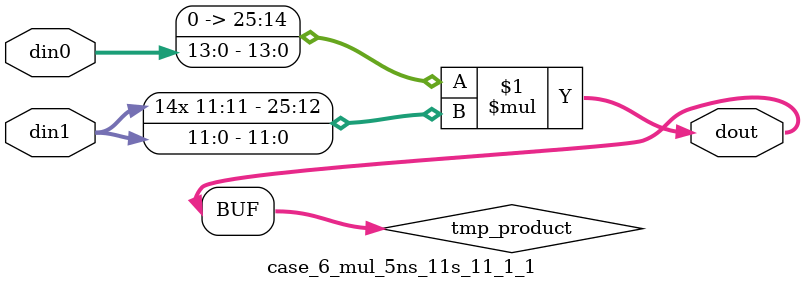
<source format=v>

`timescale 1 ns / 1 ps

 (* use_dsp = "no" *)  module case_6_mul_5ns_11s_11_1_1(din0, din1, dout);
parameter ID = 1;
parameter NUM_STAGE = 0;
parameter din0_WIDTH = 14;
parameter din1_WIDTH = 12;
parameter dout_WIDTH = 26;

input [din0_WIDTH - 1 : 0] din0; 
input [din1_WIDTH - 1 : 0] din1; 
output [dout_WIDTH - 1 : 0] dout;

wire signed [dout_WIDTH - 1 : 0] tmp_product;

























assign tmp_product = $signed({1'b0, din0}) * $signed(din1);










assign dout = tmp_product;





















endmodule

</source>
